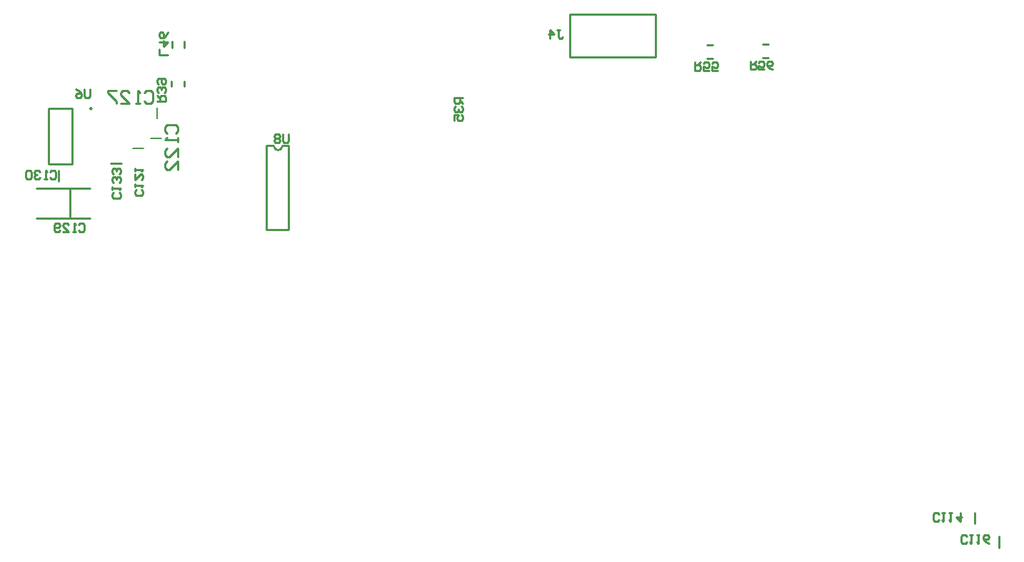
<source format=gbo>
G04*
G04 #@! TF.GenerationSoftware,Altium Limited,Altium Designer,19.1.8 (144)*
G04*
G04 Layer_Color=32896*
%FSLAX25Y25*%
%MOIN*%
G70*
G01*
G75*
%ADD11C,0.01000*%
%ADD13C,0.00787*%
G36*
X163846Y-68528D02*
X163857Y-68395D01*
X163892Y-68265D01*
X163949Y-68143D01*
X164026Y-68033D01*
X164122Y-67938D01*
X164232Y-67861D01*
X164354Y-67804D01*
X164483Y-67770D01*
X164617Y-67758D01*
X164752Y-67770D01*
X164882Y-67804D01*
X165003Y-67861D01*
X165113Y-67938D01*
X165209Y-68033D01*
X165286Y-68143D01*
X165342Y-68265D01*
X165377Y-68395D01*
X165389Y-68528D01*
X165377Y-68662D01*
X165342Y-68792D01*
X165286Y-68913D01*
X165209Y-69023D01*
X165113Y-69118D01*
X165003Y-69195D01*
X164882Y-69252D01*
X164752Y-69287D01*
X164617Y-69298D01*
X164483Y-69287D01*
X164354Y-69252D01*
X164232Y-69195D01*
X164122Y-69118D01*
X164026Y-69023D01*
X163949Y-68913D01*
X163892Y-68792D01*
X163857Y-68662D01*
X163846Y-68528D01*
D01*
D02*
G37*
D11*
X249745Y-85725D02*
X250009Y-86709D01*
X250730Y-87430D01*
X251715Y-87694D01*
X252699Y-87430D01*
X253420Y-86709D01*
X253684Y-85725D01*
X202585Y-40245D02*
Y-37095D01*
X208097Y-40245D02*
Y-37095D01*
X139313Y-105857D02*
X164118D01*
X139313Y-119636D02*
X164118D01*
X154867D02*
Y-105857D01*
X149487Y-102506D02*
Y-97391D01*
X155693Y-94407D02*
Y-68424D01*
X144669Y-94407D02*
Y-68424D01*
Y-94407D02*
X155693D01*
X144669Y-68424D02*
X155693D01*
X388196Y-24358D02*
X428196D01*
X388196Y-44358D02*
Y-24358D01*
Y-44358D02*
X428196D01*
Y-24358D01*
X452322Y-45147D02*
X454678D01*
X452322Y-38853D02*
X454678D01*
X246596Y-85726D02*
X249745D01*
X253684D02*
X256834D01*
X246596Y-125093D02*
X256834D01*
X246596D02*
Y-85726D01*
X256834Y-125093D02*
Y-85726D01*
X588363Y-273665D02*
Y-268550D01*
X577009Y-262556D02*
Y-257442D01*
X208308Y-58232D02*
Y-55876D01*
X202015Y-58232D02*
Y-55876D01*
X478322Y-38353D02*
X480678D01*
X478322Y-44646D02*
X480678D01*
X173683Y-94025D02*
X178797D01*
X189501Y-61002D02*
X190501Y-60002D01*
X192500D01*
X193500Y-61002D01*
Y-65000D01*
X192500Y-66000D01*
X190501D01*
X189501Y-65000D01*
X187502Y-66000D02*
X185503D01*
X186502D01*
Y-60002D01*
X187502Y-61002D01*
X178505Y-66000D02*
X182504D01*
X178505Y-62001D01*
Y-61002D01*
X179505Y-60002D01*
X181504D01*
X182504Y-61002D01*
X176505Y-60002D02*
X172507D01*
Y-61002D01*
X176505Y-65000D01*
Y-66000D01*
X200002Y-79999D02*
X199002Y-78999D01*
Y-77000D01*
X200002Y-76000D01*
X204000D01*
X205000Y-77000D01*
Y-78999D01*
X204000Y-79999D01*
X205000Y-81998D02*
Y-83997D01*
Y-82998D01*
X199002D01*
X200002Y-81998D01*
X205000Y-90995D02*
Y-86996D01*
X201001Y-90995D01*
X200002D01*
X199002Y-89995D01*
Y-87996D01*
X200002Y-86996D01*
X205000Y-96993D02*
Y-92994D01*
X201001Y-96993D01*
X200002D01*
X199002Y-95994D01*
Y-93994D01*
X200002Y-92994D01*
X382116Y-31643D02*
X383445D01*
X382780D01*
Y-34967D01*
X383445Y-35631D01*
X384110D01*
X384774Y-34967D01*
X378792Y-35631D02*
Y-31643D01*
X380786Y-33637D01*
X378128D01*
X164000Y-59512D02*
Y-62835D01*
X163335Y-63500D01*
X162006D01*
X161341Y-62835D01*
Y-59512D01*
X157353D02*
X158683Y-60177D01*
X160012Y-61506D01*
Y-62835D01*
X159347Y-63500D01*
X158018D01*
X157353Y-62835D01*
Y-62171D01*
X158018Y-61506D01*
X160012D01*
X145341Y-98177D02*
X146006Y-97512D01*
X147335D01*
X148000Y-98177D01*
Y-100835D01*
X147335Y-101500D01*
X146006D01*
X145341Y-100835D01*
X144012Y-101500D02*
X142683D01*
X143347D01*
Y-97512D01*
X144012Y-98177D01*
X140689D02*
X140024Y-97512D01*
X138694D01*
X138030Y-98177D01*
Y-98841D01*
X138694Y-99506D01*
X139359D01*
X138694D01*
X138030Y-100171D01*
Y-100835D01*
X138694Y-101500D01*
X140024D01*
X140689Y-100835D01*
X136700Y-98177D02*
X136036Y-97512D01*
X134706D01*
X134042Y-98177D01*
Y-100835D01*
X134706Y-101500D01*
X136036D01*
X136700Y-100835D01*
Y-98177D01*
X158945Y-122667D02*
X159610Y-122002D01*
X160939D01*
X161604Y-122667D01*
Y-125326D01*
X160939Y-125990D01*
X159610D01*
X158945Y-125326D01*
X157616Y-125990D02*
X156286D01*
X156951D01*
Y-122002D01*
X157616Y-122667D01*
X151633Y-125990D02*
X154292D01*
X151633Y-123332D01*
Y-122667D01*
X152298Y-122002D01*
X153627D01*
X154292Y-122667D01*
X150304Y-125326D02*
X149639Y-125990D01*
X148310D01*
X147645Y-125326D01*
Y-122667D01*
X148310Y-122002D01*
X149639D01*
X150304Y-122667D01*
Y-123332D01*
X149639Y-123996D01*
X147645D01*
X446428Y-46770D02*
Y-50758D01*
X448422D01*
X449087Y-50093D01*
Y-48764D01*
X448422Y-48099D01*
X446428D01*
X447757D02*
X449087Y-46770D01*
X453075Y-50758D02*
X450416D01*
Y-48764D01*
X451746Y-49428D01*
X452410D01*
X453075Y-48764D01*
Y-47434D01*
X452410Y-46770D01*
X451081D01*
X450416Y-47434D01*
X457063Y-50758D02*
X454404D01*
Y-48764D01*
X455734Y-49428D01*
X456398D01*
X457063Y-48764D01*
Y-47434D01*
X456398Y-46770D01*
X455069D01*
X454404Y-47434D01*
X338155Y-63302D02*
X334167D01*
Y-65296D01*
X334832Y-65961D01*
X336161D01*
X336826Y-65296D01*
Y-63302D01*
Y-64631D02*
X338155Y-65961D01*
X334832Y-67290D02*
X334167Y-67955D01*
Y-69284D01*
X334832Y-69949D01*
X335497D01*
X336161Y-69284D01*
Y-68620D01*
Y-69284D01*
X336826Y-69949D01*
X337491D01*
X338155Y-69284D01*
Y-67955D01*
X337491Y-67290D01*
X334167Y-73937D02*
Y-71278D01*
X336161D01*
X335497Y-72608D01*
Y-73272D01*
X336161Y-73937D01*
X337491D01*
X338155Y-73272D01*
Y-71943D01*
X337491Y-71278D01*
X200488Y-43500D02*
X196500D01*
Y-40841D01*
Y-37518D02*
X200488D01*
X198494Y-39512D01*
Y-36853D01*
X200488Y-32865D02*
X199823Y-34194D01*
X198494Y-35524D01*
X197165D01*
X196500Y-34859D01*
Y-33530D01*
X197165Y-32865D01*
X197829D01*
X198494Y-33530D01*
Y-35524D01*
X256758Y-80511D02*
Y-83835D01*
X256093Y-84500D01*
X254764D01*
X254099Y-83835D01*
Y-80511D01*
X252770Y-81176D02*
X252105Y-80511D01*
X250776D01*
X250111Y-81176D01*
Y-81841D01*
X250776Y-82506D01*
X250111Y-83170D01*
Y-83835D01*
X250776Y-84500D01*
X252105D01*
X252770Y-83835D01*
Y-83170D01*
X252105Y-82506D01*
X252770Y-81841D01*
Y-81176D01*
X252105Y-82506D02*
X250776D01*
X573340Y-270990D02*
X572675Y-271655D01*
X571346D01*
X570681Y-270990D01*
Y-268332D01*
X571346Y-267667D01*
X572675D01*
X573340Y-268332D01*
X574669Y-267667D02*
X575999D01*
X575334D01*
Y-271655D01*
X574669Y-270990D01*
X577993Y-267667D02*
X579322D01*
X578657D01*
Y-271655D01*
X577993Y-270990D01*
X583975Y-271655D02*
X582645Y-270990D01*
X581316Y-269661D01*
Y-268332D01*
X581981Y-267667D01*
X583310D01*
X583975Y-268332D01*
Y-268996D01*
X583310Y-269661D01*
X581316D01*
X560460Y-260648D02*
X559795Y-261313D01*
X558466D01*
X557801Y-260648D01*
Y-257990D01*
X558466Y-257325D01*
X559795D01*
X560460Y-257990D01*
X561789Y-257325D02*
X563119D01*
X562454D01*
Y-261313D01*
X561789Y-260648D01*
X565113Y-257325D02*
X566442D01*
X565777D01*
Y-261313D01*
X565113Y-260648D01*
X570430Y-257325D02*
Y-261313D01*
X568436Y-259319D01*
X571095D01*
X195500Y-65000D02*
X199488D01*
Y-63006D01*
X198823Y-62341D01*
X197494D01*
X196829Y-63006D01*
Y-65000D01*
Y-63671D02*
X195500Y-62341D01*
X198823Y-61012D02*
X199488Y-60347D01*
Y-59018D01*
X198823Y-58353D01*
X198159D01*
X197494Y-59018D01*
Y-59683D01*
Y-59018D01*
X196829Y-58353D01*
X196165D01*
X195500Y-59018D01*
Y-60347D01*
X196165Y-61012D01*
Y-57024D02*
X195500Y-56359D01*
Y-55030D01*
X196165Y-54365D01*
X198823D01*
X199488Y-55030D01*
Y-56359D01*
X198823Y-57024D01*
X198159D01*
X197494Y-56359D01*
Y-54365D01*
X472331Y-46270D02*
Y-50258D01*
X474325D01*
X474990Y-49593D01*
Y-48264D01*
X474325Y-47599D01*
X472331D01*
X473660D02*
X474990Y-46270D01*
X478978Y-50258D02*
X476319D01*
Y-48264D01*
X477648Y-48928D01*
X478313D01*
X478978Y-48264D01*
Y-46934D01*
X478313Y-46270D01*
X476984D01*
X476319Y-46934D01*
X482966Y-50258D02*
X481636Y-49593D01*
X480307Y-48264D01*
Y-46934D01*
X480972Y-46270D01*
X482301D01*
X482966Y-46934D01*
Y-47599D01*
X482301Y-48264D01*
X480307D01*
X177823Y-107841D02*
X178488Y-108506D01*
Y-109835D01*
X177823Y-110500D01*
X175165D01*
X174500Y-109835D01*
Y-108506D01*
X175165Y-107841D01*
X174500Y-106512D02*
Y-105183D01*
Y-105847D01*
X178488D01*
X177823Y-106512D01*
Y-103189D02*
X178488Y-102524D01*
Y-101194D01*
X177823Y-100530D01*
X177159D01*
X176494Y-101194D01*
Y-101859D01*
Y-101194D01*
X175829Y-100530D01*
X175165D01*
X174500Y-101194D01*
Y-102524D01*
X175165Y-103189D01*
X177823Y-99200D02*
X178488Y-98536D01*
Y-97206D01*
X177823Y-96542D01*
X177159D01*
X176494Y-97206D01*
Y-97871D01*
Y-97206D01*
X175829Y-96542D01*
X175165D01*
X174500Y-97206D01*
Y-98536D01*
X175165Y-99200D01*
X188323Y-106341D02*
X188988Y-107006D01*
Y-108335D01*
X188323Y-109000D01*
X185665D01*
X185000Y-108335D01*
Y-107006D01*
X185665Y-106341D01*
X185000Y-105012D02*
Y-103682D01*
Y-104347D01*
X188988D01*
X188323Y-105012D01*
X185000Y-99030D02*
Y-101689D01*
X187659Y-99030D01*
X188323D01*
X188988Y-99694D01*
Y-101024D01*
X188323Y-101689D01*
X185000Y-97700D02*
Y-96371D01*
Y-97036D01*
X188988D01*
X188323Y-97700D01*
D13*
X195437Y-73059D02*
Y-67941D01*
X192441Y-82500D02*
X197559D01*
X184116Y-87037D02*
X189234D01*
M02*

</source>
